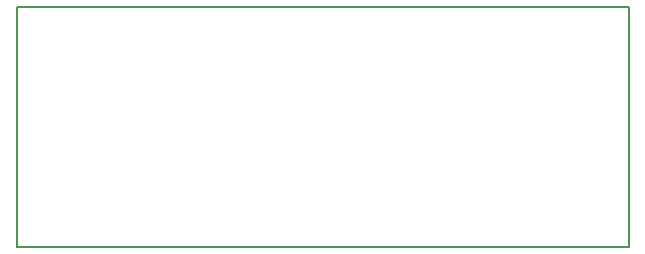
<source format=gbr>
G04 #@! TF.FileFunction,Profile,NP*
%FSLAX46Y46*%
G04 Gerber Fmt 4.6, Leading zero omitted, Abs format (unit mm)*
G04 Created by KiCad (PCBNEW 4.0.6) date 07/20/17 20:23:09*
%MOMM*%
%LPD*%
G01*
G04 APERTURE LIST*
%ADD10C,0.100000*%
%ADD11C,0.200000*%
%ADD12C,0.150000*%
G04 APERTURE END LIST*
D10*
D11*
X198120000Y-73660000D02*
X201930000Y-73660000D01*
X198120000Y-93980000D02*
X201930000Y-93980000D01*
X195580000Y-93980000D02*
X198120000Y-93980000D01*
X195580000Y-73660000D02*
X198120000Y-73660000D01*
X175260000Y-73660000D02*
X182372000Y-73660000D01*
X182372000Y-73660000D02*
X195580000Y-73660000D01*
X175260000Y-73660000D02*
X151130000Y-73660000D01*
X151130000Y-93980000D02*
X150114000Y-93980000D01*
X151130000Y-73660000D02*
X150114000Y-73660000D01*
D12*
X150114000Y-93980000D02*
X150114000Y-73660000D01*
X195580000Y-93980000D02*
X151130000Y-93980000D01*
X201930000Y-73660000D02*
X201930000Y-93980000D01*
M02*

</source>
